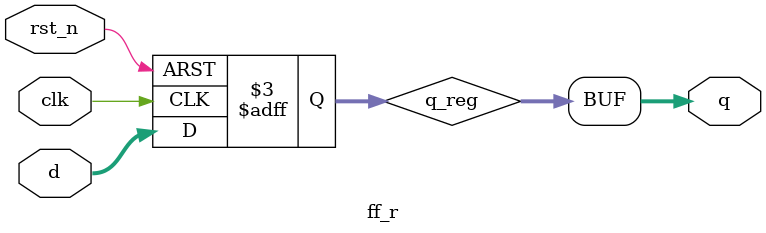
<source format=sv>
module ff_r #(parameter WIDTH = 32)
(
    input clk,
    input rst_n,
    input [WIDTH-1:0] d,
    output [WIDTH-1:0] q
);

    logic [WIDTH-1:0] q_reg;
    always_ff @(posedge clk or negedge rst_n) begin
        if(!rst_n)
            q_reg <= '0;
        else
            q_reg <= d;
    end

    assign q = q_reg;

endmodule

</source>
